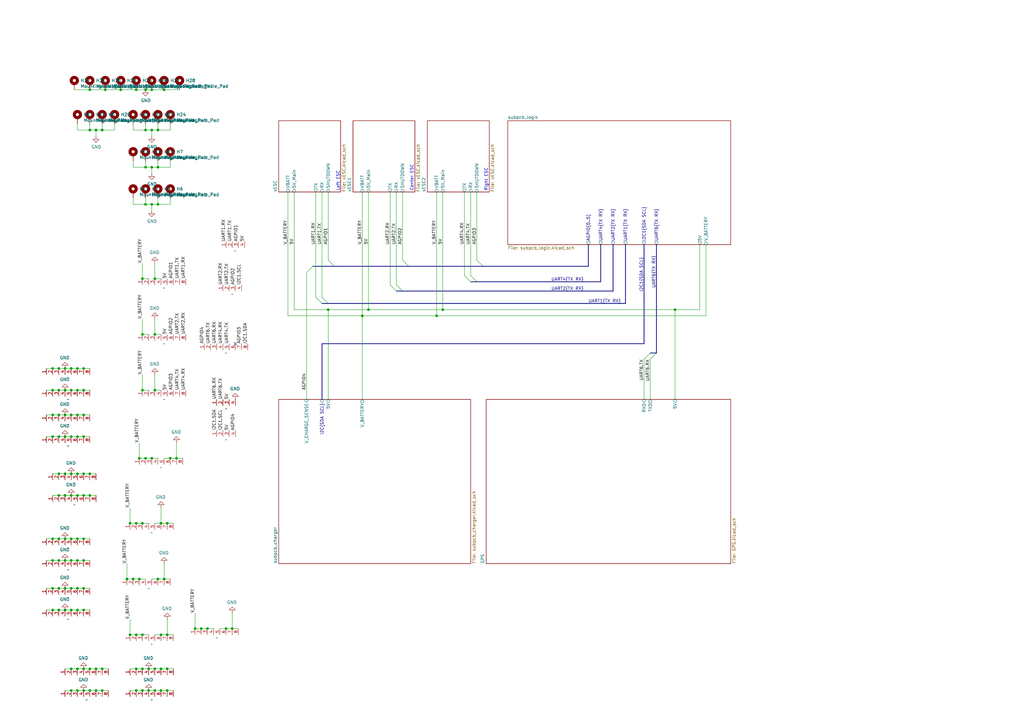
<source format=kicad_sch>
(kicad_sch (version 20231120) (generator "eeschema") (generator_version "8.0")
  (paper "A3")
  (lib_symbols
    (symbol "Mechanical:MountingHole_Pad" (pin_numbers hide) (pin_names (offset 1.016) hide)
      (property "Reference" "H" (at 0 6.35 0))
      (property "Value" "MountingHole_Pad" (at 0 4.445 0))
      (symbol "MountingHole_Pad_0_1"
        (circle (center 0 1.27) (radius 1.27) (stroke (width 1.27)))
      )
      (symbol "MountingHole_Pad_1_1"
        (pin input line (at 0 -2.54 90) (length 2.54) (name "1") (number "1"))
      )
    )
    (symbol "mousebites:Mousebite_4"
      (symbol "Mousebite_4_1_1"
        (pin passive line (at -2.54 2.54 270) (length 2.54) (name "") (number "1"))
        (pin passive line (at 0 2.54 270) (length 2.54) (name "") (number "2"))
        (pin passive line (at 2.54 2.54 270) (length 2.54) (name "") (number "3"))
        (pin passive line (at 5.08 2.54 270) (length 2.54) (name "") (number "4"))
      )
    )
    (symbol "mousebites:Mousebite_8"
      (symbol "Mousebite_8_1_1"
        (pin passive line (at -2.54 2.54 270) (length 2.54) (name "") (number "1"))
        (pin passive line (at 0 2.54 270) (length 2.54) (name "") (number "2"))
        (pin passive line (at 2.54 2.54 270) (length 2.54) (name "") (number "3"))
        (pin passive line (at 5.08 2.54 270) (length 2.54) (name "") (number "4"))
        (pin passive line (at 7.62 2.54 270) (length 2.54) (name "") (number "5"))
        (pin passive line (at 10.16 2.54 270) (length 2.54) (name "") (number "6"))
        (pin passive line (at 12.7 2.54 270) (length 2.54) (name "") (number "7"))
        (pin passive line (at 15.24 2.54 270) (length 2.54) (name "") (number "8"))
      )
    )
    (symbol "power:GND" (power) (pin_numbers hide) (pin_names (offset 0) hide)
      (property "Value" "GND" (at 0 -3.81 0))
      (symbol "GND_0_1"
        (polyline (pts (xy 0 0) (xy 0 -1.27) (xy 1.27 -1.27) (xy 0 -2.54) (xy -1.27 -1.27) (xy 0 -1.27)))
      )
      (symbol "GND_1_1"
        (pin power_in line (at 0 0 270) (length 0) (name "~") (number "1"))
      )
    )
  )
  (junction (at 21.59 250.19))
  (junction (at 34.29 250.19))
  (junction (at 63.5 137.16))
  (junction (at 36.83 36.83))
  (junction (at 26.67 229.87))
  (junction (at 29.21 283.21))
  (junction (at 34.29 220.98))
  (junction (at 67.31 237.49))
  (junction (at 62.23 53.34))
  (junction (at 24.13 229.87))
  (junction (at 39.37 53.34))
  (junction (at 72.39 187.96))
  (junction (at 36.83 53.34))
  (junction (at 21.59 220.98))
  (junction (at 59.69 68.58))
  (junction (at 92.71 257.81))
  (junction (at 68.58 274.32))
  (junction (at 24.13 170.18))
  (junction (at 68.58 214.63))
  (junction (at 68.58 260.35))
  (junction (at 31.75 203.2))
  (junction (at 151.13 127))
  (junction (at 34.29 179.07))
  (junction (at 55.88 36.83))
  (junction (at 276.86 127))
  (junction (at 26.67 194.31))
  (junction (at 29.21 241.3))
  (junction (at 26.67 151.13))
  (junction (at 58.42 160.02))
  (junction (at 31.75 220.98))
  (junction (at 31.75 179.07))
  (junction (at 53.34 260.35))
  (junction (at 29.21 274.32))
  (junction (at 31.75 283.21))
  (junction (at 82.55 257.81))
  (junction (at 39.37 283.21))
  (junction (at 66.04 283.21))
  (junction (at 36.83 194.31))
  (junction (at 52.07 237.49))
  (junction (at 21.59 241.3))
  (junction (at 31.75 241.3))
  (junction (at 134.62 127))
  (junction (at 60.96 274.32))
  (junction (at 59.69 53.34))
  (junction (at 29.21 179.07))
  (junction (at 55.88 274.32))
  (junction (at 24.13 203.2))
  (junction (at 62.23 68.58))
  (junction (at 34.29 241.3))
  (junction (at 58.42 283.21))
  (junction (at 34.29 160.02))
  (junction (at 24.13 179.07))
  (junction (at 24.13 151.13))
  (junction (at 26.67 179.07))
  (junction (at 26.67 160.02))
  (junction (at 31.75 160.02))
  (junction (at 34.29 274.32))
  (junction (at 24.13 160.02))
  (junction (at 31.75 229.87))
  (junction (at 60.96 283.21))
  (junction (at 41.91 283.21))
  (junction (at 66.04 274.32))
  (junction (at 66.04 260.35))
  (junction (at 24.13 220.98))
  (junction (at 63.5 274.32))
  (junction (at 58.42 137.16))
  (junction (at 68.58 283.21))
  (junction (at 64.77 83.82))
  (junction (at 58.42 274.32))
  (junction (at 34.29 170.18))
  (junction (at 31.75 170.18))
  (junction (at 36.83 283.21))
  (junction (at 148.59 129.54))
  (junction (at 181.61 127))
  (junction (at 31.75 274.32))
  (junction (at 43.18 36.83))
  (junction (at 24.13 241.3))
  (junction (at 62.23 83.82))
  (junction (at 69.85 187.96))
  (junction (at 63.5 114.3))
  (junction (at 34.29 194.31))
  (junction (at 31.75 151.13))
  (junction (at 31.75 194.31))
  (junction (at 29.21 229.87))
  (junction (at 34.29 151.13))
  (junction (at 34.29 229.87))
  (junction (at 26.67 220.98))
  (junction (at 59.69 187.96))
  (junction (at 63.5 160.02))
  (junction (at 58.42 214.63))
  (junction (at 29.21 250.19))
  (junction (at 26.67 203.2))
  (junction (at 63.5 283.21))
  (junction (at 39.37 274.32))
  (junction (at 62.23 36.83))
  (junction (at 80.01 257.81))
  (junction (at 21.59 229.87))
  (junction (at 95.25 257.81))
  (junction (at 29.21 203.2))
  (junction (at 66.04 214.63))
  (junction (at 55.88 214.63))
  (junction (at 53.34 214.63))
  (junction (at 24.13 250.19))
  (junction (at 24.13 194.31))
  (junction (at 29.21 220.98))
  (junction (at 85.09 257.81))
  (junction (at 21.59 151.13))
  (junction (at 64.77 237.49))
  (junction (at 34.29 283.21))
  (junction (at 29.21 160.02))
  (junction (at 59.69 83.82))
  (junction (at 57.15 187.96))
  (junction (at 58.42 260.35))
  (junction (at 49.53 36.83))
  (junction (at 26.67 250.19))
  (junction (at 29.21 194.31))
  (junction (at 36.83 274.32))
  (junction (at 64.77 53.34))
  (junction (at 58.42 114.3))
  (junction (at 67.31 36.83))
  (junction (at 36.83 203.2))
  (junction (at 29.21 170.18))
  (junction (at 59.69 36.83))
  (junction (at 21.59 160.02))
  (junction (at 26.67 241.3))
  (junction (at 64.77 68.58))
  (junction (at 179.07 129.54))
  (junction (at 55.88 260.35))
  (junction (at 41.91 274.32))
  (junction (at 41.91 53.34))
  (junction (at 21.59 170.18))
  (junction (at 54.61 237.49))
  (junction (at 21.59 179.07))
  (junction (at 31.75 250.19))
  (junction (at 57.15 237.49))
  (junction (at 55.88 283.21))
  (junction (at 34.29 203.2))
  (junction (at 26.67 170.18))
  (junction (at 62.23 187.96))
  (junction (at 29.21 151.13))
  (no_connect (at 96.52 140.97))
  (bus_entry (at 269.24 144.78) (size -2.54 2.54))
  (bus_entry (at 162.56 119.38) (size -2.54 -2.54))
  (bus_entry (at 134.62 124.46) (size -2.54 -2.54))
  (bus_entry (at 193.04 115.57) (size -2.54 -2.54))
  (bus_entry (at 134.62 106.68) (size 2.54 2.54))
  (bus_entry (at 165.1 119.38) (size -2.54 -2.54))
  (bus_entry (at 132.08 124.46) (size -2.54 -2.54))
  (bus_entry (at 165.1 106.68) (size 2.54 2.54))
  (bus_entry (at 266.7 144.78) (size -2.54 2.54))
  (bus_entry (at 125.73 111.76) (size 2.54 -2.54))
  (bus_entry (at 195.58 106.68) (size 2.54 2.54))
  (bus_entry (at 195.58 115.57) (size -2.54 -2.54))
  (wire (pts (xy 58.42 153.67) (xy 58.42 160.02)))
  (wire (pts (xy 287.02 127) (xy 276.86 127)))
  (wire (pts (xy 31.75 220.98) (xy 34.29 220.98)))
  (wire (pts (xy 68.58 283.21) (xy 71.12 283.21)))
  (wire (pts (xy 43.18 36.83) (xy 49.53 36.83)))
  (wire (pts (xy 132.08 78.74) (xy 132.08 121.92)))
  (wire (pts (xy 36.83 203.2) (xy 39.37 203.2)))
  (wire (pts (xy 31.75 283.21) (xy 34.29 283.21)))
  (wire (pts (xy 41.91 50.8) (xy 41.91 53.34)))
  (wire (pts (xy 31.75 229.87) (xy 34.29 229.87)))
  (wire (pts (xy 34.29 203.2) (xy 36.83 203.2)))
  (wire (pts (xy 36.83 194.31) (xy 39.37 194.31)))
  (wire (pts (xy 58.42 274.32) (xy 60.96 274.32)))
  (wire (pts (xy 29.21 160.02) (xy 31.75 160.02)))
  (wire (pts (xy 276.86 127) (xy 276.86 163.83)))
  (wire (pts (xy 68.58 254) (xy 68.58 260.35)))
  (wire (pts (xy 54.61 66.04) (xy 54.61 68.58)))
  (wire (pts (xy 59.69 187.96) (xy 62.23 187.96)))
  (wire (pts (xy 19.05 229.87) (xy 21.59 229.87)))
  (wire (pts (xy 34.29 170.18) (xy 36.83 170.18)))
  (wire (pts (xy 63.5 283.21) (xy 66.04 283.21)))
  (wire (pts (xy 26.67 220.98) (xy 29.21 220.98)))
  (wire (pts (xy 69.85 68.58) (xy 69.85 66.04)))
  (wire (pts (xy 92.71 257.81) (xy 95.25 257.81)))
  (wire (pts (xy 54.61 50.8) (xy 54.61 53.34)))
  (wire (pts (xy 24.13 203.2) (xy 26.67 203.2)))
  (wire (pts (xy 134.62 78.74) (xy 134.62 106.68)))
  (wire (pts (xy 58.42 107.95) (xy 58.42 114.3)))
  (wire (pts (xy 19.05 170.18) (xy 21.59 170.18)))
  (wire (pts (xy 55.88 214.63) (xy 58.42 214.63)))
  (wire (pts (xy 151.13 78.74) (xy 151.13 127)))
  (wire (pts (xy 29.21 283.21) (xy 31.75 283.21)))
  (wire (pts (xy 82.55 257.81) (xy 85.09 257.81)))
  (wire (pts (xy 59.69 81.28) (xy 59.69 83.82)))
  (wire (pts (xy 24.13 194.31) (xy 26.67 194.31)))
  (wire (pts (xy 62.23 53.34) (xy 62.23 55.88)))
  (wire (pts (xy 29.21 151.13) (xy 31.75 151.13)))
  (wire (pts (xy 151.13 127) (xy 134.62 127)))
  (wire (pts (xy 276.86 127) (xy 181.61 127)))
  (wire (pts (xy 55.88 274.32) (xy 58.42 274.32)))
  (wire (pts (xy 31.75 274.32) (xy 34.29 274.32)))
  (wire (pts (xy 26.67 170.18) (xy 29.21 170.18)))
  (wire (pts (xy 125.73 111.76) (xy 125.73 163.83)))
  (wire (pts (xy 55.88 260.35) (xy 58.42 260.35)))
  (wire (pts (xy 53.34 260.35) (xy 55.88 260.35)))
  (wire (pts (xy 64.77 81.28) (xy 64.77 83.82)))
  (wire (pts (xy 39.37 53.34) (xy 41.91 53.34)))
  (wire (pts (xy 190.5 78.74) (xy 190.5 113.03)))
  (wire (pts (xy 287.02 100.33) (xy 287.02 127)))
  (wire (pts (xy 118.11 78.74) (xy 118.11 129.54)))
  (wire (pts (xy 34.29 274.32) (xy 36.83 274.32)))
  (wire (pts (xy 62.23 36.83) (xy 67.31 36.83)))
  (wire (pts (xy 34.29 194.31) (xy 36.83 194.31)))
  (wire (pts (xy 95.25 251.46) (xy 95.25 257.81)))
  (wire (pts (xy 118.11 129.54) (xy 148.59 129.54)))
  (wire (pts (xy 19.05 151.13) (xy 21.59 151.13)))
  (bus (pts (xy 167.64 109.22) (xy 198.12 109.22)))
  (wire (pts (xy 66.04 137.16) (xy 63.5 137.16)))
  (wire (pts (xy 53.34 283.21) (xy 55.88 283.21)))
  (wire (pts (xy 57.15 237.49) (xy 59.69 237.49)))
  (bus (pts (xy 193.04 115.57) (xy 195.58 115.57)))
  (wire (pts (xy 29.21 250.19) (xy 31.75 250.19)))
  (wire (pts (xy 39.37 53.34) (xy 39.37 55.88)))
  (wire (pts (xy 21.59 170.18) (xy 24.13 170.18)))
  (wire (pts (xy 21.59 229.87) (xy 24.13 229.87)))
  (wire (pts (xy 31.75 250.19) (xy 34.29 250.19)))
  (wire (pts (xy 64.77 50.8) (xy 64.77 53.34)))
  (wire (pts (xy 148.59 78.74) (xy 148.59 129.54)))
  (wire (pts (xy 26.67 179.07) (xy 29.21 179.07)))
  (bus (pts (xy 251.46 100.33) (xy 251.46 119.38)))
  (wire (pts (xy 54.61 83.82) (xy 59.69 83.82)))
  (wire (pts (xy 53.34 254) (xy 53.34 260.35)))
  (wire (pts (xy 26.67 151.13) (xy 29.21 151.13)))
  (wire (pts (xy 26.67 283.21) (xy 29.21 283.21)))
  (wire (pts (xy 64.77 53.34) (xy 69.85 53.34)))
  (wire (pts (xy 26.67 250.19) (xy 29.21 250.19)))
  (wire (pts (xy 58.42 214.63) (xy 60.96 214.63)))
  (wire (pts (xy 63.5 274.32) (xy 66.04 274.32)))
  (wire (pts (xy 64.77 83.82) (xy 69.85 83.82)))
  (wire (pts (xy 21.59 160.02) (xy 24.13 160.02)))
  (wire (pts (xy 55.88 283.21) (xy 58.42 283.21)))
  (wire (pts (xy 162.56 78.74) (xy 162.56 116.84)))
  (wire (pts (xy 34.29 151.13) (xy 36.83 151.13)))
  (wire (pts (xy 55.88 36.83) (xy 59.69 36.83)))
  (wire (pts (xy 34.29 283.21) (xy 36.83 283.21)))
  (wire (pts (xy 62.23 53.34) (xy 64.77 53.34)))
  (wire (pts (xy 69.85 83.82) (xy 69.85 81.28)))
  (wire (pts (xy 66.04 214.63) (xy 68.58 214.63)))
  (wire (pts (xy 24.13 170.18) (xy 26.67 170.18)))
  (wire (pts (xy 193.04 78.74) (xy 193.04 113.03)))
  (wire (pts (xy 63.5 130.81) (xy 63.5 137.16)))
  (wire (pts (xy 58.42 283.21) (xy 60.96 283.21)))
  (wire (pts (xy 34.29 160.02) (xy 36.83 160.02)))
  (wire (pts (xy 120.65 78.74) (xy 120.65 127)))
  (wire (pts (xy 85.09 257.81) (xy 87.63 257.81)))
  (bus (pts (xy 246.38 100.33) (xy 246.38 115.57)))
  (wire (pts (xy 289.56 100.33) (xy 289.56 129.54)))
  (wire (pts (xy 59.69 53.34) (xy 62.23 53.34)))
  (wire (pts (xy 29.21 170.18) (xy 31.75 170.18)))
  (wire (pts (xy 36.83 36.83) (xy 43.18 36.83)))
  (wire (pts (xy 46.99 53.34) (xy 46.99 50.8)))
  (wire (pts (xy 266.7 147.32) (xy 266.7 163.83)))
  (bus (pts (xy 269.24 100.33) (xy 269.24 144.78)))
  (wire (pts (xy 31.75 203.2) (xy 34.29 203.2)))
  (wire (pts (xy 36.83 283.21) (xy 39.37 283.21)))
  (wire (pts (xy 26.67 274.32) (xy 29.21 274.32)))
  (wire (pts (xy 62.23 83.82) (xy 64.77 83.82)))
  (wire (pts (xy 26.67 241.3) (xy 29.21 241.3)))
  (wire (pts (xy 31.75 151.13) (xy 34.29 151.13)))
  (wire (pts (xy 34.29 250.19) (xy 36.83 250.19)))
  (wire (pts (xy 24.13 179.07) (xy 26.67 179.07)))
  (wire (pts (xy 63.5 153.67) (xy 63.5 160.02)))
  (bus (pts (xy 264.16 100.33) (xy 264.16 140.97)))
  (wire (pts (xy 31.75 194.31) (xy 34.29 194.31)))
  (wire (pts (xy 264.16 147.32) (xy 264.16 163.83)))
  (bus (pts (xy 134.62 124.46) (xy 256.54 124.46)))
  (wire (pts (xy 19.05 160.02) (xy 21.59 160.02)))
  (wire (pts (xy 63.5 107.95) (xy 63.5 114.3)))
  (wire (pts (xy 80.01 257.81) (xy 82.55 257.81)))
  (wire (pts (xy 21.59 194.31) (xy 24.13 194.31)))
  (wire (pts (xy 72.39 181.61) (xy 72.39 187.96)))
  (wire (pts (xy 57.15 181.61) (xy 57.15 187.96)))
  (wire (pts (xy 148.59 129.54) (xy 179.07 129.54)))
  (wire (pts (xy 69.85 237.49) (xy 67.31 237.49)))
  (wire (pts (xy 24.13 241.3) (xy 26.67 241.3)))
  (wire (pts (xy 181.61 127) (xy 151.13 127)))
  (wire (pts (xy 64.77 68.58) (xy 69.85 68.58)))
  (wire (pts (xy 24.13 250.19) (xy 26.67 250.19)))
  (wire (pts (xy 26.67 203.2) (xy 29.21 203.2)))
  (wire (pts (xy 54.61 68.58) (xy 59.69 68.58)))
  (wire (pts (xy 29.21 274.32) (xy 31.75 274.32)))
  (wire (pts (xy 59.69 50.8) (xy 59.69 53.34)))
  (wire (pts (xy 52.07 237.49) (xy 54.61 237.49)))
  (wire (pts (xy 41.91 283.21) (xy 44.45 283.21)))
  (wire (pts (xy 52.07 231.14) (xy 52.07 237.49)))
  (wire (pts (xy 74.93 187.96) (xy 72.39 187.96)))
  (bus (pts (xy 165.1 119.38) (xy 251.46 119.38)))
  (wire (pts (xy 29.21 241.3) (xy 31.75 241.3)))
  (wire (pts (xy 90.17 257.81) (xy 92.71 257.81)))
  (wire (pts (xy 29.21 179.07) (xy 31.75 179.07)))
  (wire (pts (xy 29.21 194.31) (xy 31.75 194.31)))
  (wire (pts (xy 30.48 36.83) (xy 36.83 36.83)))
  (wire (pts (xy 34.29 220.98) (xy 36.83 220.98)))
  (wire (pts (xy 24.13 151.13) (xy 26.67 151.13)))
  (wire (pts (xy 31.75 50.8) (xy 31.75 53.34)))
  (wire (pts (xy 39.37 283.21) (xy 41.91 283.21)))
  (wire (pts (xy 53.34 214.63) (xy 55.88 214.63)))
  (wire (pts (xy 69.85 187.96) (xy 72.39 187.96)))
  (wire (pts (xy 53.34 208.28) (xy 53.34 214.63)))
  (wire (pts (xy 134.62 127) (xy 134.62 163.83)))
  (bus (pts (xy 132.08 140.97) (xy 264.16 140.97)))
  (wire (pts (xy 63.5 214.63) (xy 66.04 214.63)))
  (wire (pts (xy 59.69 36.83) (xy 62.23 36.83)))
  (wire (pts (xy 160.02 78.74) (xy 160.02 116.84)))
  (bus (pts (xy 269.24 144.78) (xy 266.7 144.78)))
  (wire (pts (xy 62.23 187.96) (xy 64.77 187.96)))
  (wire (pts (xy 66.04 283.21) (xy 68.58 283.21)))
  (wire (pts (xy 24.13 220.98) (xy 26.67 220.98)))
  (wire (pts (xy 24.13 229.87) (xy 26.67 229.87)))
  (wire (pts (xy 62.23 237.49) (xy 64.77 237.49)))
  (wire (pts (xy 58.42 130.81) (xy 58.42 137.16)))
  (wire (pts (xy 31.75 241.3) (xy 34.29 241.3)))
  (wire (pts (xy 36.83 50.8) (xy 36.83 53.34)))
  (wire (pts (xy 60.96 283.21) (xy 63.5 283.21)))
  (wire (pts (xy 60.96 137.16) (xy 58.42 137.16)))
  (bus (pts (xy 132.08 124.46) (xy 134.62 124.46)))
  (wire (pts (xy 66.04 160.02) (xy 63.5 160.02)))
  (wire (pts (xy 29.21 220.98) (xy 31.75 220.98)))
  (wire (pts (xy 53.34 274.32) (xy 55.88 274.32)))
  (wire (pts (xy 19.05 241.3) (xy 21.59 241.3)))
  (wire (pts (xy 21.59 241.3) (xy 24.13 241.3)))
  (bus (pts (xy 256.54 100.33) (xy 256.54 124.46)))
  (bus (pts (xy 241.3 100.33) (xy 241.3 109.22)))
  (wire (pts (xy 19.05 220.98) (xy 21.59 220.98)))
  (wire (pts (xy 179.07 129.54) (xy 289.56 129.54)))
  (wire (pts (xy 54.61 53.34) (xy 59.69 53.34)))
  (bus (pts (xy 195.58 115.57) (xy 246.38 115.57)))
  (wire (pts (xy 31.75 179.07) (xy 34.29 179.07)))
  (wire (pts (xy 134.62 127) (xy 120.65 127)))
  (wire (pts (xy 63.5 260.35) (xy 66.04 260.35)))
  (wire (pts (xy 71.12 260.35) (xy 68.58 260.35)))
  (bus (pts (xy 162.56 119.38) (xy 165.1 119.38)))
  (bus (pts (xy 132.08 163.83) (xy 132.08 140.97)))
  (wire (pts (xy 97.79 257.81) (xy 95.25 257.81)))
  (wire (pts (xy 129.54 78.74) (xy 129.54 121.92)))
  (wire (pts (xy 21.59 151.13) (xy 24.13 151.13)))
  (wire (pts (xy 26.67 194.31) (xy 29.21 194.31)))
  (wire (pts (xy 41.91 274.32) (xy 44.45 274.32)))
  (wire (pts (xy 34.29 241.3) (xy 36.83 241.3)))
  (bus (pts (xy 128.27 109.22) (xy 137.16 109.22)))
  (bus (pts (xy 198.12 109.22) (xy 241.3 109.22)))
  (wire (pts (xy 19.05 250.19) (xy 21.59 250.19)))
  (wire (pts (xy 31.75 53.34) (xy 36.83 53.34)))
  (wire (pts (xy 66.04 260.35) (xy 68.58 260.35)))
  (wire (pts (xy 67.31 231.14) (xy 67.31 237.49)))
  (wire (pts (xy 29.21 229.87) (xy 31.75 229.87)))
  (wire (pts (xy 26.67 229.87) (xy 29.21 229.87)))
  (wire (pts (xy 21.59 203.2) (xy 24.13 203.2)))
  (wire (pts (xy 36.83 53.34) (xy 39.37 53.34)))
  (wire (pts (xy 148.59 129.54) (xy 148.59 163.83)))
  (wire (pts (xy 57.15 187.96) (xy 59.69 187.96)))
  (wire (pts (xy 66.04 274.32) (xy 68.58 274.32)))
  (wire (pts (xy 195.58 78.74) (xy 195.58 106.68)))
  (wire (pts (xy 31.75 170.18) (xy 34.29 170.18)))
  (wire (pts (xy 39.37 274.32) (xy 41.91 274.32)))
  (wire (pts (xy 179.07 78.74) (xy 179.07 129.54)))
  (wire (pts (xy 68.58 214.63) (xy 71.12 214.63)))
  (wire (pts (xy 26.67 160.02) (xy 29.21 160.02)))
  (wire (pts (xy 62.23 68.58) (xy 62.23 71.12)))
  (wire (pts (xy 60.96 114.3) (xy 58.42 114.3)))
  (wire (pts (xy 21.59 179.07) (xy 24.13 179.07)))
  (wire (pts (xy 49.53 36.83) (xy 55.88 36.83)))
  (wire (pts (xy 24.13 160.02) (xy 26.67 160.02)))
  (wire (pts (xy 64.77 237.49) (xy 67.31 237.49)))
  (wire (pts (xy 64.77 66.04) (xy 64.77 68.58)))
  (wire (pts (xy 66.04 114.3) (xy 63.5 114.3)))
  (wire (pts (xy 58.42 260.35) (xy 60.96 260.35)))
  (wire (pts (xy 54.61 237.49) (xy 57.15 237.49)))
  (wire (pts (xy 54.61 81.28) (xy 54.61 83.82)))
  (wire (pts (xy 62.23 68.58) (xy 64.77 68.58)))
  (wire (pts (xy 60.96 274.32) (xy 63.5 274.32)))
  (wire (pts (xy 19.05 179.07) (xy 21.59 179.07)))
  (wire (pts (xy 181.61 78.74) (xy 181.61 127)))
  (bus (pts (xy 137.16 109.22) (xy 167.64 109.22)))
  (wire (pts (xy 21.59 220.98) (xy 24.13 220.98)))
  (wire (pts (xy 68.58 274.32) (xy 71.12 274.32)))
  (wire (pts (xy 69.85 53.34) (xy 69.85 50.8)))
  (wire (pts (xy 67.31 187.96) (xy 69.85 187.96)))
  (wire (pts (xy 67.31 36.83) (xy 73.66 36.83)))
  (wire (pts (xy 31.75 160.02) (xy 34.29 160.02)))
  (wire (pts (xy 21.59 250.19) (xy 24.13 250.19)))
  (wire (pts (xy 66.04 208.28) (xy 66.04 214.63)))
  (wire (pts (xy 59.69 66.04) (xy 59.69 68.58)))
  (wire (pts (xy 34.29 229.87) (xy 36.83 229.87)))
  (wire (pts (xy 165.1 78.74) (xy 165.1 106.68)))
  (wire (pts (xy 59.69 83.82) (xy 62.23 83.82)))
  (wire (pts (xy 41.91 53.34) (xy 46.99 53.34)))
  (wire (pts (xy 36.83 274.32) (xy 39.37 274.32)))
  (wire (pts (xy 80.01 251.46) (xy 80.01 257.81)))
  (wire (pts (xy 59.69 68.58) (xy 62.23 68.58)))
  (wire (pts (xy 34.29 179.07) (xy 36.83 179.07)))
  (wire (pts (xy 29.21 203.2) (xy 31.75 203.2)))
  (wire (pts (xy 60.96 160.02) (xy 58.42 160.02)))
  (wire (pts (xy 62.23 83.82) (xy 62.23 86.36)))
  (rectangle (start 429.26 8.89) (end 857.25 279.4))
  (text "Left ESC" (at 138.684 74.168 90) (effects (font (size 1.27 1.27))))
  (text "Center ESC" (at 168.91 72.898 90) (effects (font (size 1.27 1.27))))
  (text "Right ESC" (at 199.39 73.66 90) (effects (font (size 1.27 1.27))))
  (label "5V" (at 100.33 99.06 90))
  (label "UART4.RX" (at 91.44 140.97 90))
  (label "UART6.RX" (at 88.9 163.83 90))
  (label "I2C1.SDA" (at 101.6 140.97 90))
  (label "AGPIO4" (at 96.52 176.53 90))
  (label "5V" (at 151.13 100.33 90))
  (label "AGPIO1" (at 134.62 100.33 90))
  (label "UART4.TX" (at 193.04 100.33 90))
  (label "AGPIO4" (at 83.82 140.97 90))
  (label "5V" (at 68.58 137.16 90))
  (label "AGPIO1" (at 71.12 114.3 90))
  (label "V_BATTERY" (at 58.42 107.95 90))
  (label "V_BATTERY" (at 179.07 100.33 90))
  (label "UART1.RX" (at 92.71 99.06 90))
  (label "UART1.RX" (at 129.54 100.33 90))
  (label "V_BATTERY" (at 57.15 181.61 90))
  (label "AGPIO1" (at 97.79 99.06 90))
  (label "V_BATTERY" (at 52.07 231.14 90))
  (label "UART4.TX" (at 93.98 140.97 90))
  (label "AGPIO2" (at 71.12 137.16 90))
  (label "UART2.TX" (at 93.98 116.84 90))
  (label "UART6.TX" (at 86.36 140.97 90))
  (label "UART2.TX" (at 162.56 100.33 90))
  (label "UART4.RX" (at 190.5 100.33 90))
  (label "UART2.TX" (at 73.66 137.16 90))
  (label "UART2{TX RX}" (at 226.06 119.38 0))
  (label "AGPIO3" (at 195.58 100.33 90))
  (label "UART4.TX" (at 73.66 160.02 90))
  (label "UART1.TX" (at 73.66 114.3 90))
  (label "UART1{TX RX}" (at 241.3 124.46 0))
  (label "UART2.RX" (at 76.2 137.16 90))
  (label "I2C1.SCL" (at 91.44 176.53 90))
  (label "5V" (at 68.58 160.02 90))
  (label "AGPIO4" (at 125.73 160.02 90))
  (label "UART6{TX RX}" (at 269.24 118.11 90))
  (label "UART6.RX" (at 88.9 140.97 90))
  (label "V_BATTERY" (at 58.42 153.67 90))
  (label "UART6.RX" (at 266.7 147.32 270))
  (label "V_BATTERY" (at 53.34 208.28 90))
  (label "I2C1.SCL" (at 99.06 116.84 90))
  (label "5V" (at 93.98 163.83 90))
  (label "UART6.TX" (at 91.44 163.83 90))
  (label "AGPIO2" (at 165.1 100.33 90))
  (label "UART2.RX" (at 91.44 116.84 90))
  (label "UART4.RX" (at 76.2 160.02 90))
  (label "UART4{TX RX}" (at 226.06 115.57 0))
  (label "UART6.TX" (at 264.16 147.32 270))
  (label "AGPIO3" (at 71.12 160.02 90))
  (label "V_BATTERY" (at 58.42 130.81 90))
  (label "UART2.RX" (at 160.02 100.33 90))
  (label "I2C1{SDA SCL}" (at 264.16 105.41 270))
  (label "5V" (at 120.65 100.33 90))
  (label "V_BATTERY" (at 148.59 100.33 90))
  (label "5V" (at 93.98 176.53 90))
  (label "5V" (at 181.61 100.33 90))
  (label "AGPIO3" (at 99.06 140.97 90))
  (label "UART1.TX" (at 95.25 99.06 90))
  (label "V_BATTERY" (at 118.11 100.33 90))
  (label "I2C1.SDA" (at 88.9 176.53 90))
  (label "V_BATTERY" (at 80.01 251.46 90))
  (label "UART1.TX" (at 132.08 100.33 90))
  (label "AGPIO2" (at 96.52 116.84 90))
  (label "V_BATTERY" (at 53.34 254 90))
  (label "UART1.RX" (at 76.2 114.3 90))
  (label "5V" (at 68.58 114.3 90))
  (symbol (lib_id "mousebites:Mousebite_8") (at 21.59 172.72 0) (unit 1)
    (property "Reference" "U68" (effects (hide yes)))
    (property "Value" "~" (at 27.94 173.99 0))
    (property "Footprint" "mousebites:Mousebite_8" (effects (hide yes)))
  )
  (symbol (lib_id "Mechanical:MountingHole_Pad") (at 59.69 63.5 0) (unit 1) (in_bom no)
    (property "Reference" "H14" (at 62.23 62.2554 0) (effects (justify left)))
    (property "Value" "MountingHole_Pad" (at 62.23 64.5668 0) (effects (justify left)))
    (property "Footprint" "MountingHole:MountingHole_4.3mm_M4_Pad_Via" (effects (hide yes)))
    (property "Config" "do not place" (effects (hide yes)))
    (property "DNP" "Y" (effects (hide yes)))
  )
  (symbol (lib_id "mousebites:Mousebite_8") (at 55.88 285.75 0) (unit 1)
    (property "Reference" "U59" (effects (hide yes)))
    (property "Value" "~" (at 62.23 287.02 0))
    (property "Footprint" "mousebites:Mousebite_8" (effects (hide yes)))
  )
  (symbol (lib_id "Mechanical:MountingHole_Pad") (at 49.53 34.29 0) (unit 1) (in_bom no)
    (property "Reference" "H29" (at 52.07 33.0454 0) (effects (justify left)))
    (property "Value" "MountingHole_Pad" (at 52.07 35.3568 0) (effects (justify left)))
    (property "Footprint" "MountingHole:MountingHole_4.3mm_M4_Pad_Via" (effects (hide yes)))
    (property "Config" "do not place" (effects (hide yes)))
    (property "DNP" "Y" (effects (hide yes)))
  )
  (symbol (lib_id "Mechanical:MountingHole_Pad") (at 54.61 63.5 0) (unit 1) (in_bom no)
    (property "Reference" "H13" (at 57.15 62.2554 0) (effects (justify left)))
    (property "Value" "MountingHole_Pad" (at 57.15 64.5668 0) (effects (justify left)))
    (property "Footprint" "MountingHole:MountingHole_4.3mm_M4_Pad_Via" (effects (hide yes)))
    (property "Config" "do not place" (effects (hide yes)))
    (property "DNP" "Y" (effects (hide yes)))
  )
  (symbol (lib_id "Mechanical:MountingHole_Pad") (at 69.85 63.5 0) (unit 1) (in_bom no)
    (property "Reference" "H7" (at 72.39 62.2554 0) (effects (justify left)))
    (property "Value" "MountingHole_Pad" (at 72.39 64.5668 0) (effects (justify left)))
    (property "Footprint" "MountingHole:MountingHole_4.3mm_M4_Pad_Via" (effects (hide yes)))
    (property "Config" "do not place" (effects (hide yes)))
    (property "DNP" "Y" (effects (hide yes)))
  )
  (symbol (lib_id "power:GND") (at 62.23 71.12 0) (unit 1)
    (property "Reference" "#PWR065" (effects (hide yes)))
    (property "Value" "GND" (at 62.357 75.5142 0))
    (property "Description" "Power symbol creates a global label with name \"GND\" , ground" (effects (hide yes)))
  )
  (symbol (lib_id "power:GND") (at 63.5 130.81 180) (unit 1)
    (property "Reference" "#PWR081" (effects (hide yes)))
    (property "Value" "GND" (at 63.373 126.4158 0))
    (property "Description" "Power symbol creates a global label with name \"GND\" , ground" (effects (hide yes)))
  )
  (symbol (lib_id "power:GND") (at 96.52 163.83 180) (unit 1)
    (property "Reference" "#PWR0181" (effects (hide yes)))
    (property "Value" "GND" (at 96.393 159.4358 0))
    (property "Description" "Power symbol creates a global label with name \"GND\" , ground" (effects (hide yes)))
  )
  (symbol (lib_id "power:GND") (at 62.23 86.36 0) (unit 1)
    (property "Reference" "#PWR0140" (effects (hide yes)))
    (property "Value" "GND" (at 62.357 90.7542 0))
    (property "Description" "Power symbol creates a global label with name \"GND\" , ground" (effects (hide yes)))
  )
  (symbol (lib_id "Mechanical:MountingHole_Pad") (at 46.99 48.26 0) (unit 1) (in_bom no)
    (property "Reference" "H20" (at 49.53 47.0154 0) (effects (justify left)))
    (property "Value" "MountingHole_Pad" (at 49.53 49.3268 0) (effects (justify left)))
    (property "Footprint" "MountingHole:MountingHole_4.3mm_M4_Pad_Via" (effects (hide yes)))
    (property "Config" "do not place" (effects (hide yes)))
    (property "DNP" "Y" (effects (hide yes)))
  )
  (symbol (lib_id "Mechanical:MountingHole_Pad") (at 54.61 78.74 0) (unit 1) (in_bom no)
    (property "Reference" "H1" (at 57.15 77.4954 0) (effects (justify left)))
    (property "Value" "MountingHole_Pad" (at 57.15 79.8068 0) (effects (justify left)))
    (property "Footprint" "MountingHole:MountingHole_4.3mm_M4_Pad_Via" (effects (hide yes)))
    (property "Config" "do not place" (effects (hide yes)))
    (property "DNP" "Y" (effects (hide yes)))
  )
  (symbol (lib_id "power:GND") (at 26.67 229.87 180) (unit 1)
    (property "Reference" "#PWR0185" (effects (hide yes)))
    (property "Value" "GND" (at 26.543 225.4758 0))
    (property "Description" "Power symbol creates a global label with name \"GND\" , ground" (effects (hide yes)))
  )
  (symbol (lib_id "power:GND") (at 34.29 283.21 180) (unit 1)
    (property "Reference" "#PWR0145" (effects (hide yes)))
    (property "Value" "GND" (at 34.163 278.8158 0))
    (property "Description" "Power symbol creates a global label with name \"GND\" , ground" (effects (hide yes)))
  )
  (symbol (lib_id "Mechanical:MountingHole_Pad") (at 59.69 48.26 0) (unit 1) (in_bom no)
    (property "Reference" "H22" (at 62.23 47.0154 0) (effects (justify left)))
    (property "Value" "MountingHole_Pad" (at 62.23 49.3268 0) (effects (justify left)))
    (property "Footprint" "MountingHole:MountingHole_4.3mm_M4_Pad_Via" (effects (hide yes)))
    (property "Config" "do not place" (effects (hide yes)))
    (property "DNP" "Y" (effects (hide yes)))
  )
  (symbol (lib_id "mousebites:Mousebite_8") (at 21.59 232.41 0) (unit 1)
    (property "Reference" "U65" (effects (hide yes)))
    (property "Value" "~" (at 27.94 233.68 0))
    (property "Footprint" "mousebites:Mousebite_8" (effects (hide yes)))
  )
  (symbol (lib_id "Mechanical:MountingHole_Pad") (at 54.61 48.26 0) (unit 1) (in_bom no)
    (property "Reference" "H21" (at 57.15 47.0154 0) (effects (justify left)))
    (property "Value" "MountingHole_Pad" (at 57.15 49.3268 0) (effects (justify left)))
    (property "Footprint" "MountingHole:MountingHole_4.3mm_M4_Pad_Via" (effects (hide yes)))
    (property "Config" "do not place" (effects (hide yes)))
    (property "DNP" "Y" (effects (hide yes)))
  )
  (symbol (lib_id "power:GND") (at 67.31 231.14 180) (unit 1)
    (property "Reference" "#PWR018" (effects (hide yes)))
    (property "Value" "GND" (at 67.183 226.7458 0))
    (property "Description" "Power symbol creates a global label with name \"GND\" , ground" (effects (hide yes)))
  )
  (symbol (lib_id "power:GND") (at 66.04 208.28 180) (unit 1)
    (property "Reference" "#PWR013" (effects (hide yes)))
    (property "Value" "GND" (at 65.913 203.8858 0))
    (property "Description" "Power symbol creates a global label with name \"GND\" , ground" (effects (hide yes)))
  )
  (symbol (lib_id "mousebites:Mousebite_8") (at 60.96 139.7 0) (unit 1)
    (property "Reference" "U51" (effects (hide yes)))
    (property "Value" "~" (at 67.31 140.97 0))
    (property "Footprint" "mousebites:Mousebite_8" (effects (hide yes)))
  )
  (symbol (lib_id "mousebites:Mousebite_8") (at 54.61 240.03 0) (unit 1)
    (property "Reference" "U4" (effects (hide yes)))
    (property "Value" "~" (at 60.96 241.3 0))
    (property "Footprint" "mousebites:Mousebite_8" (effects (hide yes)))
  )
  (symbol (lib_id "power:GND") (at 68.58 254 180) (unit 1)
    (property "Reference" "#PWR019" (effects (hide yes)))
    (property "Value" "GND" (at 68.453 249.6058 0))
    (property "Description" "Power symbol creates a global label with name \"GND\" , ground" (effects (hide yes)))
  )
  (symbol (lib_id "power:GND") (at 62.23 55.88 0) (unit 1)
    (property "Reference" "#PWR064" (effects (hide yes)))
    (property "Value" "GND" (at 62.357 60.2742 0))
    (property "Description" "Power symbol creates a global label with name \"GND\" , ground" (effects (hide yes)))
  )
  (symbol (lib_id "mousebites:Mousebite_8") (at 29.21 276.86 0) (unit 1)
    (property "Reference" "U56" (effects (hide yes)))
    (property "Value" "~" (at 35.56 278.13 0))
    (property "Footprint" "mousebites:Mousebite_8" (effects (hide yes)))
  )
  (symbol (lib_id "mousebites:Mousebite_8") (at 21.59 162.56 0) (unit 1)
    (property "Reference" "U71" (effects (hide yes)))
    (property "Value" "~" (at 27.94 163.83 0))
    (property "Footprint" "mousebites:Mousebite_8" (effects (hide yes)))
  )
  (symbol (lib_id "Mechanical:MountingHole_Pad") (at 36.83 48.26 0) (unit 1) (in_bom no)
    (property "Reference" "H10" (at 39.37 47.0154 0) (effects (justify left)))
    (property "Value" "MountingHole_Pad" (at 39.37 49.3268 0) (effects (justify left)))
    (property "Footprint" "MountingHole:MountingHole_4.3mm_M4_Pad_Via" (effects (hide yes)))
    (property "Config" "do not place" (effects (hide yes)))
    (property "DNP" "Y" (effects (hide yes)))
  )
  (symbol (lib_id "power:GND") (at 26.67 241.3 180) (unit 1)
    (property "Reference" "#PWR02" (effects (hide yes)))
    (property "Value" "GND" (at 26.543 236.9058 0))
    (property "Description" "Power symbol creates a global label with name \"GND\" , ground" (effects (hide yes)))
  )
  (symbol (lib_id "mousebites:Mousebite_4") (at 93.98 119.38 0) (unit 1)
    (property "Reference" "U48" (effects (hide yes)))
    (property "Value" "~" (at 95.25 120.65 0))
    (property "Footprint" "mousebites:Mousebite_4" (effects (hide yes)))
  )
  (symbol (lib_id "mousebites:Mousebite_8") (at 55.88 217.17 0) (unit 1)
    (property "Reference" "U2" (effects (hide yes)))
    (property "Value" "~" (at 62.23 218.44 0))
    (property "Footprint" "mousebites:Mousebite_8" (effects (hide yes)))
  )
  (symbol (lib_id "Mechanical:MountingHole_Pad") (at 43.18 34.29 0) (unit 1) (in_bom no)
    (property "Reference" "H30" (at 45.72 33.0454 0) (effects (justify left)))
    (property "Value" "MountingHole_Pad" (at 45.72 35.3568 0) (effects (justify left)))
    (property "Footprint" "MountingHole:MountingHole_4.3mm_M4_Pad_Via" (effects (hide yes)))
    (property "Config" "do not place" (effects (hide yes)))
    (property "DNP" "Y" (effects (hide yes)))
  )
  (symbol (lib_id "Mechanical:MountingHole_Pad") (at 67.31 34.29 0) (unit 1) (in_bom no)
    (property "Reference" "H27" (at 69.85 33.0454 0) (effects (justify left)))
    (property "Value" "MountingHole_Pad" (at 69.85 35.3568 0) (effects (justify left)))
    (property "Footprint" "MountingHole:MountingHole_4.3mm_M4_Pad_Via" (effects (hide yes)))
    (property "Config" "do not place" (effects (hide yes)))
    (property "DNP" "Y" (effects (hide yes)))
  )
  (symbol (lib_id "power:GND") (at 60.96 283.21 180) (unit 1)
    (property "Reference" "#PWR0148" (effects (hide yes)))
    (property "Value" "GND" (at 60.833 278.8158 0))
    (property "Description" "Power symbol creates a global label with name \"GND\" , ground" (effects (hide yes)))
  )
  (symbol (lib_id "Mechanical:MountingHole_Pad") (at 69.85 78.74 0) (unit 1) (in_bom no)
    (property "Reference" "H6" (at 72.39 77.4954 0) (effects (justify left)))
    (property "Value" "MountingHole_Pad" (at 72.39 79.8068 0) (effects (justify left)))
    (property "Footprint" "MountingHole:MountingHole_4.3mm_M4_Pad_Via" (effects (hide yes)))
    (property "Config" "do not place" (effects (hide yes)))
    (property "DNP" "Y" (effects (hide yes)))
  )
  (symbol (lib_id "mousebites:Mousebite_8") (at 55.88 276.86 0) (unit 1)
    (property "Reference" "U57" (effects (hide yes)))
    (property "Value" "~" (at 62.23 278.13 0))
    (property "Footprint" "mousebites:Mousebite_8" (effects (hide yes)))
  )
  (symbol (lib_id "Mechanical:MountingHole_Pad") (at 73.66 34.29 0) (unit 1) (in_bom no)
    (property "Reference" "H28" (at 76.2 33.0454 0) (effects (justify left)))
    (property "Value" "MountingHole_Pad" (at 76.2 35.3568 0) (effects (justify left)))
    (property "Footprint" "MountingHole:MountingHole_4.3mm_M4_Pad_Via" (effects (hide yes)))
    (property "Config" "do not place" (effects (hide yes)))
    (property "DNP" "Y" (effects (hide yes)))
  )
  (symbol (lib_id "mousebites:Mousebite_8") (at 21.59 252.73 0) (unit 1)
    (property "Reference" "U63" (effects (hide yes)))
    (property "Value" "~" (at 27.94 254 0))
    (property "Footprint" "mousebites:Mousebite_8" (effects (hide yes)))
  )
  (symbol (lib_id "mousebites:Mousebite_8") (at 24.13 205.74 0) (unit 1)
    (property "Reference" "U67" (effects (hide yes)))
    (property "Value" "~" (at 30.48 207.01 0))
    (property "Footprint" "mousebites:Mousebite_8" (effects (hide yes)))
  )
  (symbol (lib_id "mousebites:Mousebite_8") (at 60.96 162.56 0) (unit 1)
    (property "Reference" "U52" (effects (hide yes)))
    (property "Value" "~" (at 67.31 163.83 0))
    (property "Footprint" "mousebites:Mousebite_8" (effects (hide yes)))
  )
  (symbol (lib_id "Mechanical:MountingHole_Pad") (at 36.83 34.29 0) (unit 1) (in_bom no)
    (property "Reference" "H31" (at 39.37 33.0454 0) (effects (justify left)))
    (property "Value" "MountingHole_Pad" (at 39.37 35.3568 0) (effects (justify left)))
    (property "Footprint" "MountingHole:MountingHole_4.3mm_M4_Pad_Via" (effects (hide yes)))
    (property "Config" "do not place" (effects (hide yes)))
    (property "DNP" "Y" (effects (hide yes)))
  )
  (symbol (lib_id "Mechanical:MountingHole_Pad") (at 41.91 48.26 0) (unit 1) (in_bom no)
    (property "Reference" "H5" (at 44.45 47.0154 0) (effects (justify left)))
    (property "Value" "MountingHole_Pad" (at 44.45 49.3268 0) (effects (justify left)))
    (property "Footprint" "MountingHole:MountingHole_4.3mm_M4_Pad_Via" (effects (hide yes)))
    (property "Config" "do not place" (effects (hide yes)))
    (property "DNP" "Y" (effects (hide yes)))
  )
  (symbol (lib_id "mousebites:Mousebite_8") (at 59.69 190.5 0) (unit 1)
    (property "Reference" "U53" (effects (hide yes)))
    (property "Value" "~" (at 66.04 191.77 0))
    (property "Footprint" "mousebites:Mousebite_8" (effects (hide yes)))
  )
  (symbol (lib_id "mousebites:Mousebite_8") (at 86.36 143.51 0) (unit 1)
    (property "Reference" "U60" (effects (hide yes)))
    (property "Value" "~" (at 92.71 144.78 0))
    (property "Footprint" "mousebites:Mousebite_8" (effects (hide yes)))
  )
  (symbol (lib_id "power:GND") (at 63.5 153.67 180) (unit 1)
    (property "Reference" "#PWR082" (effects (hide yes)))
    (property "Value" "GND" (at 63.373 149.2758 0))
    (property "Description" "Power symbol creates a global label with name \"GND\" , ground" (effects (hide yes)))
  )
  (symbol (lib_id "mousebites:Mousebite_4") (at 91.44 166.37 0) (unit 1)
    (property "Reference" "U1" (effects (hide yes)))
    (property "Value" "~" (at 92.71 167.64 0))
    (property "Footprint" "mousebites:Mousebite_4" (effects (hide yes)))
  )
  (symbol (lib_id "power:GND") (at 26.67 151.13 180) (unit 1)
    (property "Reference" "#PWR0195" (effects (hide yes)))
    (property "Value" "GND" (at 26.543 146.7358 0))
    (property "Description" "Power symbol creates a global label with name \"GND\" , ground" (effects (hide yes)))
  )
  (symbol (lib_id "mousebites:Mousebite_8") (at 24.13 196.85 0) (unit 1)
    (property "Reference" "U66" (effects (hide yes)))
    (property "Value" "~" (at 30.48 198.12 0))
    (property "Footprint" "mousebites:Mousebite_8" (effects (hide yes)))
  )
  (symbol (lib_id "power:GND") (at 59.69 36.83 0) (unit 1)
    (property "Reference" "#PWR063" (effects (hide yes)))
    (property "Value" "GND" (at 59.817 41.2242 0))
    (property "Description" "Power symbol creates a global label with name \"GND\" , ground" (effects (hide yes)))
  )
  (symbol (lib_id "mousebites:Mousebite_8") (at 21.59 223.52 0) (unit 1)
    (property "Reference" "U64" (effects (hide yes)))
    (property "Value" "~" (at 27.94 224.79 0))
    (property "Footprint" "mousebites:Mousebite_8" (effects (hide yes)))
  )
  (symbol (lib_id "Mechanical:MountingHole_Pad") (at 59.69 78.74 0) (unit 1) (in_bom no)
    (property "Reference" "H2" (at 62.23 77.4954 0) (effects (justify left)))
    (property "Value" "MountingHole_Pad" (at 62.23 79.8068 0) (effects (justify left)))
    (property "Footprint" "MountingHole:MountingHole_4.3mm_M4_Pad_Via" (effects (hide yes)))
    (property "Config" "do not place" (effects (hide yes)))
    (property "DNP" "Y" (effects (hide yes)))
  )
  (symbol (lib_id "Mechanical:MountingHole_Pad") (at 64.77 78.74 0) (unit 1) (in_bom no)
    (property "Reference" "H3" (at 67.31 77.4954 0) (effects (justify left)))
    (property "Value" "MountingHole_Pad" (at 67.31 79.8068 0) (effects (justify left)))
    (property "Footprint" "MountingHole:MountingHole_4.3mm_M4_Pad_Via" (effects (hide yes)))
    (property "Config" "do not place" (effects (hide yes)))
    (property "DNP" "Y" (effects (hide yes)))
  )
  (symbol (lib_id "power:GND") (at 26.67 179.07 180) (unit 1)
    (property "Reference" "#PWR0194" (effects (hide yes)))
    (property "Value" "GND" (at 26.543 174.6758 0))
    (property "Description" "Power symbol creates a global label with name \"GND\" , ground" (effects (hide yes)))
  )
  (symbol (lib_id "Mechanical:MountingHole_Pad") (at 55.88 34.29 0) (unit 1) (in_bom no)
    (property "Reference" "H25" (at 58.42 33.0454 0) (effects (justify left)))
    (property "Value" "MountingHole_Pad" (at 58.42 35.3568 0) (effects (justify left)))
    (property "Footprint" "MountingHole:MountingHole_4.3mm_M4_Pad_Via" (effects (hide yes)))
    (property "Config" "do not place" (effects (hide yes)))
    (property "DNP" "Y" (effects (hide yes)))
  )
  (symbol (lib_id "power:GND") (at 63.5 107.95 180) (unit 1)
    (property "Reference" "#PWR080" (effects (hide yes)))
    (property "Value" "GND" (at 63.373 103.5558 0))
    (property "Description" "Power symbol creates a global label with name \"GND\" , ground" (effects (hide yes)))
  )
  (symbol (lib_id "power:GND") (at 39.37 55.88 0) (unit 1)
    (property "Reference" "#PWR060" (effects (hide yes)))
    (property "Value" "GND" (at 39.497 60.2742 0))
    (property "Description" "Power symbol creates a global label with name \"GND\" , ground" (effects (hide yes)))
  )
  (symbol (lib_id "Mechanical:MountingHole_Pad") (at 31.75 48.26 0) (unit 1) (in_bom no)
    (property "Reference" "H17" (at 34.29 47.0154 0) (effects (justify left)))
    (property "Value" "MountingHole_Pad" (at 34.29 49.3268 0) (effects (justify left)))
    (property "Footprint" "MountingHole:MountingHole_4.3mm_M4_Pad_Via" (effects (hide yes)))
    (property "Config" "do not place" (effects (hide yes)))
    (property "DNP" "Y" (effects (hide yes)))
  )
  (symbol (lib_id "power:GND") (at 29.21 203.2 180) (unit 1)
    (property "Reference" "#PWR0192" (effects (hide yes)))
    (property "Value" "GND" (at 29.083 198.8058 0))
    (property "Description" "Power symbol creates a global label with name \"GND\" , ground" (effects (hide yes)))
  )
  (symbol (lib_id "power:GND") (at 26.67 220.98 180) (unit 1)
    (property "Reference" "#PWR0184" (effects (hide yes)))
    (property "Value" "GND" (at 26.543 216.5858 0))
    (property "Description" "Power symbol creates a global label with name \"GND\" , ground" (effects (hide yes)))
  )
  (symbol (lib_id "mousebites:Mousebite_8") (at 82.55 260.35 0) (unit 1)
    (property "Reference" "U55" (effects (hide yes)))
    (property "Value" "~" (at 88.9 261.62 0))
    (property "Footprint" "mousebites:Mousebite_8" (effects (hide yes)))
  )
  (symbol (lib_id "mousebites:Mousebite_4") (at 91.44 179.07 0) (unit 1)
    (property "Reference" "U61" (effects (hide yes)))
    (property "Value" "~" (at 92.71 180.34 0))
    (property "Footprint" "mousebites:Mousebite_4" (effects (hide yes)))
  )
  (symbol (lib_id "power:GND") (at 26.67 160.02 180) (unit 1)
    (property "Reference" "#PWR0196" (effects (hide yes)))
    (property "Value" "GND" (at 26.543 155.6258 0))
    (property "Description" "Power symbol creates a global label with name \"GND\" , ground" (effects (hide yes)))
  )
  (symbol (lib_id "Mechanical:MountingHole_Pad") (at 64.77 48.26 0) (unit 1) (in_bom no)
    (property "Reference" "H23" (at 67.31 47.0154 0) (effects (justify left)))
    (property "Value" "MountingHole_Pad" (at 67.31 49.3268 0) (effects (justify left)))
    (property "Footprint" "MountingHole:MountingHole_4.3mm_M4_Pad_Via" (effects (hide yes)))
    (property "Config" "do not place" (effects (hide yes)))
    (property "DNP" "Y" (effects (hide yes)))
  )
  (symbol (lib_id "power:GND") (at 95.25 251.46 180) (unit 1)
    (property "Reference" "#PWR052" (effects (hide yes)))
    (property "Value" "GND" (at 95.123 247.0658 0))
    (property "Description" "Power symbol creates a global label with name \"GND\" , ground" (effects (hide yes)))
  )
  (symbol (lib_id "mousebites:Mousebite_4") (at 95.25 101.6 0) (unit 1)
    (property "Reference" "U49" (effects (hide yes)))
    (property "Value" "~" (at 96.52 102.87 0))
    (property "Footprint" "mousebites:Mousebite_4" (effects (hide yes)))
  )
  (symbol (lib_id "power:GND") (at 34.29 274.32 180) (unit 1)
    (property "Reference" "#PWR071" (effects (hide yes)))
    (property "Value" "GND" (at 34.163 269.9258 0))
    (property "Description" "Power symbol creates a global label with name \"GND\" , ground" (effects (hide yes)))
  )
  (symbol (lib_id "Mechanical:MountingHole_Pad") (at 69.85 48.26 0) (unit 1) (in_bom no)
    (property "Reference" "H24" (at 72.39 47.0154 0) (effects (justify left)))
    (property "Value" "MountingHole_Pad" (at 72.39 49.3268 0) (effects (justify left)))
    (property "Footprint" "MountingHole:MountingHole_4.3mm_M4_Pad_Via" (effects (hide yes)))
    (property "Config" "do not place" (effects (hide yes)))
    (property "DNP" "Y" (effects (hide yes)))
  )
  (symbol (lib_id "mousebites:Mousebite_8") (at 21.59 181.61 0) (unit 1)
    (property "Reference" "U69" (effects (hide yes)))
    (property "Value" "~" (at 27.94 182.88 0))
    (property "Footprint" "mousebites:Mousebite_8" (effects (hide yes)))
  )
  (symbol (lib_id "mousebites:Mousebite_8") (at 29.21 285.75 0) (unit 1)
    (property "Reference" "U58" (effects (hide yes)))
    (property "Value" "~" (at 35.56 287.02 0))
    (property "Footprint" "mousebites:Mousebite_8" (effects (hide yes)))
  )
  (symbol (lib_id "power:GND") (at 72.39 181.61 180) (unit 1)
    (property "Reference" "#PWR083" (effects (hide yes)))
    (property "Value" "GND" (at 72.263 177.2158 0))
    (property "Description" "Power symbol creates a global label with name \"GND\" , ground" (effects (hide yes)))
  )
  (symbol (lib_id "Mechanical:MountingHole_Pad") (at 62.23 34.29 0) (unit 1) (in_bom no)
    (property "Reference" "H26" (at 64.77 33.0454 0) (effects (justify left)))
    (property "Value" "MountingHole_Pad" (at 64.77 35.3568 0) (effects (justify left)))
    (property "Footprint" "MountingHole:MountingHole_4.3mm_M4_Pad_Via" (effects (hide yes)))
    (property "Config" "do not place" (effects (hide yes)))
    (property "DNP" "Y" (effects (hide yes)))
  )
  (symbol (lib_id "mousebites:Mousebite_8") (at 60.96 116.84 0) (unit 1)
    (property "Reference" "U50" (effects (hide yes)))
    (property "Value" "~" (at 67.31 118.11 0))
    (property "Footprint" "mousebites:Mousebite_8" (effects (hide yes)))
  )
  (symbol (lib_id "power:GND") (at 29.21 194.31 180) (unit 1)
    (property "Reference" "#PWR0191" (effects (hide yes)))
    (property "Value" "GND" (at 29.083 189.9158 0))
    (property "Description" "Power symbol creates a global label with name \"GND\" , ground" (effects (hide yes)))
  )
  (symbol (lib_id "mousebites:Mousebite_8") (at 21.59 243.84 0) (unit 1)
    (property "Reference" "U62" (effects (hide yes)))
    (property "Value" "~" (at 27.94 245.11 0))
    (property "Footprint" "mousebites:Mousebite_8" (effects (hide yes)))
  )
  (symbol (lib_id "power:GND") (at 60.96 274.32 180) (unit 1)
    (property "Reference" "#PWR0126" (effects (hide yes)))
    (property "Value" "GND" (at 60.833 269.9258 0))
    (property "Description" "Power symbol creates a global label with name \"GND\" , ground" (effects (hide yes)))
  )
  (symbol (lib_id "power:GND") (at 26.67 170.18 180) (unit 1)
    (property "Reference" "#PWR0193" (effects (hide yes)))
    (property "Value" "GND" (at 26.543 165.7858 0))
    (property "Description" "Power symbol creates a global label with name \"GND\" , ground" (effects (hide yes)))
  )
  (symbol (lib_id "mousebites:Mousebite_8") (at 21.59 153.67 0) (unit 1)
    (property "Reference" "U70" (effects (hide yes)))
    (property "Value" "~" (at 27.94 154.94 0))
    (property "Footprint" "mousebites:Mousebite_8" (effects (hide yes)))
  )
  (symbol (lib_id "Mechanical:MountingHole_Pad") (at 30.48 34.29 0) (unit 1) (in_bom no)
    (property "Reference" "H32" (at 33.02 33.0454 0) (effects (justify left)))
    (property "Value" "MountingHole_Pad" (at 33.02 35.3568 0) (effects (justify left)))
    (property "Footprint" "MountingHole:MountingHole_4.3mm_M4_Pad_Via" (effects (hide yes)))
    (property "Config" "do not place" (effects (hide yes)))
    (property "DNP" "Y" (effects (hide yes)))
  )
  (symbol (lib_id "Mechanical:MountingHole_Pad") (at 64.77 63.5 0) (unit 1) (in_bom no)
    (property "Reference" "H15" (at 67.31 62.2554 0) (effects (justify left)))
    (property "Value" "MountingHole_Pad" (at 67.31 64.5668 0) (effects (justify left)))
    (property "Footprint" "MountingHole:MountingHole_4.3mm_M4_Pad_Via" (effects (hide yes)))
    (property "Config" "do not place" (effects (hide yes)))
    (property "DNP" "Y" (effects (hide yes)))
  )
  (symbol (lib_id "power:GND") (at 26.67 250.19 180) (unit 1)
    (property "Reference" "#PWR0182" (effects (hide yes)))
    (property "Value" "GND" (at 26.543 245.7958 0))
    (property "Description" "Power symbol creates a global label with name \"GND\" , ground" (effects (hide yes)))
  )
  (symbol (lib_id "mousebites:Mousebite_8") (at 55.88 262.89 0) (unit 1)
    (property "Reference" "U54" (effects (hide yes)))
    (property "Value" "~" (at 62.23 264.16 0))
    (property "Footprint" "mousebites:Mousebite_8" (effects (hide yes)))
  )
  (sheet (at 175.26 49.53) (size 25.4 29.21) (stroke (width 0.1524))
    (property "Sheetname" "xESC2" (at 174.5484 78.74 90) (effects (justify left bottom)))
    (property "Sheetfile" "xESC.kicad_sch" (at 201.2446 78.74 90) (effects (justify left top)))
    (pin "TX" output (at 190.5 78.74 270))
    (pin "RX" input (at 193.04 78.74 270))
    (pin "SHUTDOWN" input (at 195.58 78.74 270))
    (pin "VBATT" input (at 179.07 78.74 270))
    (pin "5V_Main" input (at 181.61 78.74 270))
  )
  (sheet (at 199.39 163.83) (size 100.33 67.31) (stroke (width 0.1524))
    (property "Sheetname" "GPS" (at 198.6784 231.14 90) (effects (justify left bottom)))
    (property "Sheetfile" "GPS.kicad_sch" (at 300.3046 231.14 90) (effects (justify left top)))
    (pin "TXD" output (at 266.7 163.83 90))
    (pin "RXD" input (at 264.16 163.83 90))
    (pin "5V" input (at 276.86 163.83 90))
  )
  (sheet (at 114.3 163.83) (size 78.74 67.31) (stroke (width 0.1524))
    (property "Sheetname" "subpcb_charger" (at 113.5884 231.14 90) (effects (justify left bottom)))
    (property "Sheetfile" "subpcb_charger.kicad_sch" (at 193.6246 231.14 90) (effects (justify left top)))
    (pin "V_CHARGE_SENSE" input (at 125.73 163.83 90))
    (pin "I2C{SDA SCL}" input (at 132.08 163.83 90))
    (pin "5V" input (at 134.62 163.83 90))
    (pin "V_BATTERY" output (at 148.59 163.83 90))
  )
  (sheet (at 114.3 49.53) (size 25.4 29.21) (stroke (width 0.1524))
    (property "Sheetname" "xESC" (at 113.5884 78.74 90) (effects (justify left bottom)))
    (property "Sheetfile" "xESC.kicad_sch" (at 140.2846 78.74 90) (effects (justify left top)))
    (pin "TX" output (at 129.54 78.74 270))
    (pin "RX" input (at 132.08 78.74 270))
    (pin "SHUTDOWN" input (at 134.62 78.74 270))
    (pin "VBATT" input (at 118.11 78.74 270))
    (pin "5V_Main" input (at 120.65 78.74 270))
  )
  (sheet (at 144.78 49.53) (size 25.4 29.21) (stroke (width 0.1524))
    (property "Sheetname" "xESC1" (at 144.0684 78.74 90) (effects (justify left bottom)))
    (property "Sheetfile" "xESC.kicad_sch" (at 170.7646 78.74 90) (effects (justify left top)))
    (pin "TX" output (at 160.02 78.74 270))
    (pin "RX" input (at 162.56 78.74 270))
    (pin "SHUTDOWN" input (at 165.1 78.74 270))
    (pin "VBATT" input (at 148.59 78.74 270))
    (pin "5V_Main" input (at 151.13 78.74 270))
  )
  (sheet (at 208.28 49.53) (size 91.44 50.8) (stroke (width 0.1524))
    (property "Sheetname" "subpcb_logic" (at 208.28 48.8184 0) (effects (justify left bottom)))
    (property "Sheetfile" "subpcb_logic.kicad_sch" (at 208.28 100.9146 0) (effects (justify left top)))
    (pin "I2C1{SDA SCL}" output (at 264.16 100.33 270))
    (pin "UART2{TX RX}" output (at 251.46 100.33 270))
    (pin "UART1{TX RX}" output (at 256.54 100.33 270))
    (pin "UART4{TX RX}" output (at 246.38 100.33 270))
    (pin "UART6{TX RX}" output (at 269.24 100.33 270))
    (pin "5V" output (at 287.02 100.33 270))
    (pin "V_BATTERY" input (at 289.56 100.33 270))
    (pin "AGPIO[0..5]" output (at 241.3 100.33 270))
  )
)
</source>
